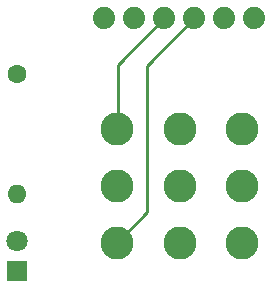
<source format=gbr>
G04 #@! TF.GenerationSoftware,KiCad,Pcbnew,(6.0.4-0)*
G04 #@! TF.CreationDate,2022-04-02T13:17:34-04:00*
G04 #@! TF.ProjectId,3pdt,33706474-2e6b-4696-9361-645f70636258,rev?*
G04 #@! TF.SameCoordinates,Original*
G04 #@! TF.FileFunction,Copper,L2,Bot*
G04 #@! TF.FilePolarity,Positive*
%FSLAX46Y46*%
G04 Gerber Fmt 4.6, Leading zero omitted, Abs format (unit mm)*
G04 Created by KiCad (PCBNEW (6.0.4-0)) date 2022-04-02 13:17:34*
%MOMM*%
%LPD*%
G01*
G04 APERTURE LIST*
G04 #@! TA.AperFunction,ComponentPad*
%ADD10R,1.800000X1.800000*%
G04 #@! TD*
G04 #@! TA.AperFunction,ComponentPad*
%ADD11C,1.800000*%
G04 #@! TD*
G04 #@! TA.AperFunction,ComponentPad*
%ADD12C,1.879600*%
G04 #@! TD*
G04 #@! TA.AperFunction,ComponentPad*
%ADD13C,1.600000*%
G04 #@! TD*
G04 #@! TA.AperFunction,ComponentPad*
%ADD14O,1.600000X1.600000*%
G04 #@! TD*
G04 #@! TA.AperFunction,ComponentPad*
%ADD15C,2.800000*%
G04 #@! TD*
G04 #@! TA.AperFunction,Conductor*
%ADD16C,0.250000*%
G04 #@! TD*
G04 APERTURE END LIST*
D10*
X192250000Y-112000000D03*
D11*
X192250000Y-109460000D03*
D12*
X199644000Y-90551000D03*
X202184000Y-90551000D03*
X204724000Y-90551000D03*
X207264000Y-90551000D03*
X209804000Y-90551000D03*
X212344000Y-90551000D03*
D13*
X192250000Y-95250000D03*
D14*
X192250000Y-105410000D03*
D15*
X200701560Y-99951940D03*
X200701560Y-104750000D03*
X200701560Y-109548060D03*
X206000000Y-99951940D03*
X206000000Y-104750000D03*
X206000000Y-109548060D03*
X211298440Y-99951940D03*
X211298440Y-104750000D03*
X211298440Y-109548060D03*
D16*
X203250000Y-106999620D02*
X200701560Y-109548060D01*
X207264000Y-90551000D02*
X203250000Y-94565000D01*
X203250000Y-94565000D02*
X203250000Y-106999620D01*
X200750000Y-94525000D02*
X200750000Y-99903500D01*
X200750000Y-99903500D02*
X200701560Y-99951940D01*
X204724000Y-90551000D02*
X200750000Y-94525000D01*
M02*

</source>
